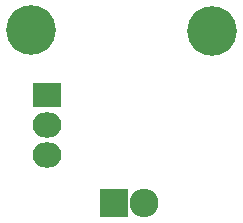
<source format=gbr>
G04 #@! TF.FileFunction,Soldermask,Bot*
%FSLAX46Y46*%
G04 Gerber Fmt 4.6, Leading zero omitted, Abs format (unit mm)*
G04 Created by KiCad (PCBNEW 4.0.2-stable) date 3/23/2016 4:19:06 PM*
%MOMM*%
G01*
G04 APERTURE LIST*
%ADD10C,0.100000*%
%ADD11R,2.432000X2.127200*%
%ADD12O,2.432000X2.127200*%
%ADD13R,2.432000X2.432000*%
%ADD14O,2.432000X2.432000*%
%ADD15C,4.200000*%
G04 APERTURE END LIST*
D10*
D11*
X164400000Y-90500000D03*
D12*
X164400000Y-93040000D03*
X164400000Y-95580000D03*
D13*
X170050000Y-99650000D03*
D14*
X172590000Y-99650000D03*
D15*
X178400000Y-85050000D03*
X163000000Y-85000000D03*
M02*

</source>
